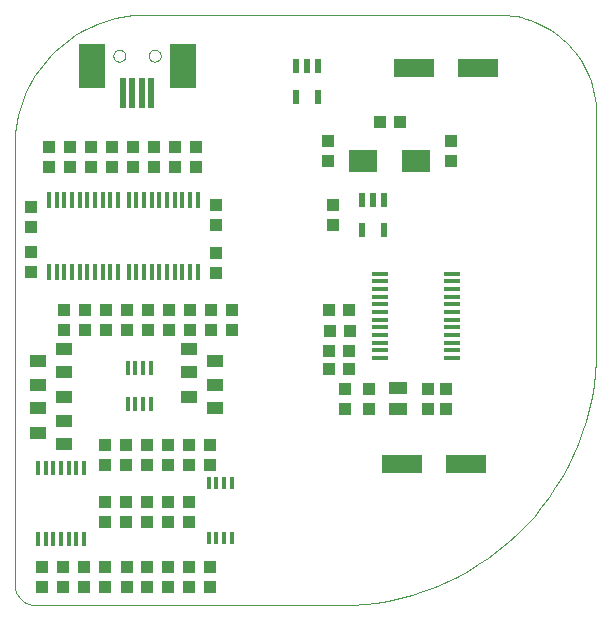
<source format=gtp>
G75*
G70*
%OFA0B0*%
%FSLAX24Y24*%
%IPPOS*%
%LPD*%
%AMOC8*
5,1,8,0,0,1.08239X$1,22.5*
%
%ADD10C,0.0000*%
%ADD11R,0.0433X0.0394*%
%ADD12R,0.1378X0.0630*%
%ADD13R,0.0236X0.0472*%
%ADD14R,0.0394X0.0433*%
%ADD15R,0.0531X0.0157*%
%ADD16R,0.0591X0.0433*%
%ADD17R,0.0945X0.0748*%
%ADD18R,0.0551X0.0394*%
%ADD19R,0.0150X0.0500*%
%ADD20R,0.0157X0.0433*%
%ADD21R,0.0906X0.1496*%
%ADD22R,0.0217X0.0984*%
%ADD23R,0.0157X0.0472*%
%ADD24R,0.0157X0.0531*%
D10*
X000544Y001058D02*
X000544Y015662D01*
X003840Y018664D02*
X003842Y018691D01*
X003848Y018718D01*
X003857Y018744D01*
X003870Y018768D01*
X003886Y018791D01*
X003905Y018810D01*
X003927Y018827D01*
X003951Y018841D01*
X003976Y018851D01*
X004003Y018858D01*
X004030Y018861D01*
X004058Y018860D01*
X004085Y018855D01*
X004111Y018847D01*
X004135Y018835D01*
X004158Y018819D01*
X004179Y018801D01*
X004196Y018780D01*
X004211Y018756D01*
X004222Y018731D01*
X004230Y018705D01*
X004234Y018678D01*
X004234Y018650D01*
X004230Y018623D01*
X004222Y018597D01*
X004211Y018572D01*
X004196Y018548D01*
X004179Y018527D01*
X004158Y018509D01*
X004136Y018493D01*
X004111Y018481D01*
X004085Y018473D01*
X004058Y018468D01*
X004030Y018467D01*
X004003Y018470D01*
X003976Y018477D01*
X003951Y018487D01*
X003927Y018501D01*
X003905Y018518D01*
X003886Y018537D01*
X003870Y018560D01*
X003857Y018584D01*
X003848Y018610D01*
X003842Y018637D01*
X003840Y018664D01*
X005021Y018664D02*
X005023Y018691D01*
X005029Y018718D01*
X005038Y018744D01*
X005051Y018768D01*
X005067Y018791D01*
X005086Y018810D01*
X005108Y018827D01*
X005132Y018841D01*
X005157Y018851D01*
X005184Y018858D01*
X005211Y018861D01*
X005239Y018860D01*
X005266Y018855D01*
X005292Y018847D01*
X005316Y018835D01*
X005339Y018819D01*
X005360Y018801D01*
X005377Y018780D01*
X005392Y018756D01*
X005403Y018731D01*
X005411Y018705D01*
X005415Y018678D01*
X005415Y018650D01*
X005411Y018623D01*
X005403Y018597D01*
X005392Y018572D01*
X005377Y018548D01*
X005360Y018527D01*
X005339Y018509D01*
X005317Y018493D01*
X005292Y018481D01*
X005266Y018473D01*
X005239Y018468D01*
X005211Y018467D01*
X005184Y018470D01*
X005157Y018477D01*
X005132Y018487D01*
X005108Y018501D01*
X005086Y018518D01*
X005067Y018537D01*
X005051Y018560D01*
X005038Y018584D01*
X005029Y018610D01*
X005023Y018637D01*
X005021Y018664D01*
X004915Y020033D02*
X016662Y020033D01*
X016818Y020029D01*
X016973Y020018D01*
X017128Y020000D01*
X017281Y019974D01*
X017433Y019941D01*
X017584Y019900D01*
X017732Y019853D01*
X017878Y019799D01*
X018021Y019737D01*
X018161Y019669D01*
X018298Y019595D01*
X018431Y019514D01*
X018560Y019426D01*
X018685Y019333D01*
X018805Y019234D01*
X018920Y019129D01*
X019030Y019019D01*
X019135Y018904D01*
X019234Y018784D01*
X019327Y018659D01*
X019415Y018530D01*
X019496Y018397D01*
X019570Y018260D01*
X019638Y018120D01*
X019700Y017977D01*
X019754Y017831D01*
X019801Y017683D01*
X019842Y017532D01*
X019875Y017380D01*
X019901Y017227D01*
X019919Y017072D01*
X019930Y016917D01*
X019934Y016761D01*
X019934Y008909D01*
X019924Y008502D01*
X019895Y008095D01*
X019847Y007691D01*
X019779Y007289D01*
X019693Y006891D01*
X019587Y006497D01*
X019463Y006109D01*
X019321Y005727D01*
X019160Y005353D01*
X018982Y004986D01*
X018787Y004629D01*
X018575Y004281D01*
X018347Y003943D01*
X018102Y003617D01*
X017843Y003303D01*
X017569Y003001D01*
X017281Y002713D01*
X016979Y002439D01*
X016665Y002180D01*
X016339Y001935D01*
X016001Y001707D01*
X015654Y001495D01*
X015296Y001300D01*
X014929Y001122D01*
X014555Y000961D01*
X014173Y000819D01*
X013785Y000695D01*
X013391Y000589D01*
X012993Y000503D01*
X012591Y000435D01*
X012187Y000387D01*
X011780Y000358D01*
X011373Y000348D01*
X001254Y000348D01*
X001203Y000350D01*
X001153Y000355D01*
X001103Y000364D01*
X001054Y000377D01*
X001006Y000393D01*
X000959Y000412D01*
X000914Y000435D01*
X000870Y000461D01*
X000829Y000490D01*
X000789Y000521D01*
X000752Y000556D01*
X000717Y000593D01*
X000686Y000633D01*
X000657Y000674D01*
X000631Y000718D01*
X000608Y000763D01*
X000589Y000810D01*
X000573Y000858D01*
X000560Y000907D01*
X000551Y000957D01*
X000546Y001007D01*
X000544Y001058D01*
X000544Y015662D02*
X000549Y015870D01*
X000564Y016077D01*
X000588Y016284D01*
X000623Y016489D01*
X000667Y016693D01*
X000721Y016893D01*
X000784Y017092D01*
X000857Y017287D01*
X000939Y017478D01*
X001030Y017665D01*
X001130Y017848D01*
X001238Y018025D01*
X001354Y018197D01*
X001479Y018364D01*
X001612Y018524D01*
X001752Y018678D01*
X001899Y018825D01*
X002053Y018965D01*
X002213Y019098D01*
X002380Y019223D01*
X002552Y019339D01*
X002729Y019447D01*
X002912Y019547D01*
X003099Y019638D01*
X003290Y019720D01*
X003485Y019793D01*
X003684Y019856D01*
X003884Y019910D01*
X004088Y019954D01*
X004293Y019989D01*
X004500Y020013D01*
X004707Y020028D01*
X004915Y020033D01*
D11*
X005194Y015636D03*
X005894Y015636D03*
X005894Y014967D03*
X005194Y014967D03*
X004494Y014967D03*
X003794Y014967D03*
X003094Y014967D03*
X003094Y015636D03*
X003794Y015636D03*
X004494Y015636D03*
X002394Y015636D03*
X001694Y015636D03*
X001694Y014967D03*
X002394Y014967D03*
X001094Y013636D03*
X001094Y012967D03*
X001094Y012136D03*
X001094Y011467D03*
X002194Y010186D03*
X002194Y009517D03*
X002894Y009517D03*
X002894Y010186D03*
X003594Y010186D03*
X003594Y009517D03*
X004294Y009517D03*
X004294Y010186D03*
X004994Y010186D03*
X004994Y009517D03*
X005694Y009517D03*
X005694Y010186D03*
X006394Y010186D03*
X006394Y009517D03*
X007094Y009517D03*
X007094Y010186D03*
X007794Y010186D03*
X007794Y009517D03*
X007244Y011417D03*
X007244Y012086D03*
X007244Y013017D03*
X007244Y013686D03*
X006594Y014967D03*
X006594Y015636D03*
X010994Y015836D03*
X010994Y015167D03*
X011144Y013686D03*
X011144Y013017D03*
X015094Y015167D03*
X015094Y015836D03*
X014914Y007572D03*
X014324Y007572D03*
X014324Y006903D03*
X014914Y006903D03*
X012355Y006903D03*
X012355Y007572D03*
X011568Y007572D03*
X011568Y006903D03*
X007044Y005686D03*
X007044Y005017D03*
X006344Y005017D03*
X006344Y005686D03*
X005644Y005686D03*
X005644Y005017D03*
X004944Y005017D03*
X004944Y005686D03*
X004244Y005686D03*
X004244Y005017D03*
X003544Y005017D03*
X003544Y005686D03*
X003544Y003786D03*
X004244Y003786D03*
X004244Y003117D03*
X003544Y003117D03*
X004944Y003117D03*
X005644Y003117D03*
X006344Y003117D03*
X006344Y003786D03*
X005644Y003786D03*
X004944Y003786D03*
X004944Y001636D03*
X004944Y000967D03*
X005644Y000967D03*
X005644Y001636D03*
X006344Y001636D03*
X006344Y000967D03*
X007044Y000967D03*
X007044Y001636D03*
X004294Y001636D03*
X004294Y000967D03*
X003544Y000967D03*
X003544Y001636D03*
X002844Y001636D03*
X002844Y000967D03*
X002144Y000967D03*
X002144Y001636D03*
X001444Y001636D03*
X001444Y000967D03*
D12*
X013458Y005072D03*
X015584Y005072D03*
X015977Y018261D03*
X013851Y018261D03*
D13*
X010668Y018313D03*
X010294Y018313D03*
X009920Y018313D03*
X009920Y017289D03*
X010668Y017289D03*
X012120Y013863D03*
X012494Y013863D03*
X012868Y013863D03*
X012868Y012839D03*
X012120Y012839D03*
D14*
X011706Y010191D03*
X011036Y010191D03*
X011060Y009489D03*
X011729Y009489D03*
X011706Y008813D03*
X011706Y008222D03*
X011036Y008222D03*
X011036Y008813D03*
X012710Y016448D03*
X013379Y016448D03*
D15*
X012729Y011401D03*
X012729Y011145D03*
X012729Y010889D03*
X012729Y010633D03*
X012729Y010378D03*
X012729Y010122D03*
X012729Y009866D03*
X012729Y009610D03*
X012729Y009354D03*
X012729Y009098D03*
X012729Y008842D03*
X012729Y008586D03*
X015131Y008586D03*
X015131Y008842D03*
X015131Y009098D03*
X015131Y009354D03*
X015131Y009610D03*
X015131Y009866D03*
X015131Y010122D03*
X015131Y010378D03*
X015131Y010633D03*
X015131Y010889D03*
X015131Y011145D03*
X015131Y011401D03*
D16*
X013340Y007592D03*
X013340Y006883D03*
D17*
X013930Y015151D03*
X012158Y015151D03*
D18*
X006361Y008875D03*
X006361Y008127D03*
X006361Y007301D03*
X007227Y006927D03*
X007227Y007675D03*
X007227Y008501D03*
X002177Y008127D03*
X002177Y008875D03*
X001311Y008501D03*
X001311Y007675D03*
X001311Y006927D03*
X001311Y006101D03*
X002177Y005727D03*
X002177Y006475D03*
X002177Y007301D03*
D19*
X002094Y004932D03*
X002350Y004932D03*
X002606Y004932D03*
X002862Y004932D03*
X001838Y004932D03*
X001582Y004932D03*
X001327Y004932D03*
X001327Y002570D03*
X001582Y002570D03*
X001838Y002570D03*
X002094Y002570D03*
X002350Y002570D03*
X002606Y002570D03*
X002862Y002570D03*
D20*
X007010Y002576D03*
X007266Y002576D03*
X007522Y002576D03*
X007778Y002576D03*
X007778Y004426D03*
X007522Y004426D03*
X007266Y004426D03*
X007010Y004426D03*
D21*
X006143Y018330D03*
X003112Y018330D03*
D22*
X004155Y017424D03*
X004470Y017424D03*
X004785Y017424D03*
X005100Y017424D03*
D23*
X005078Y008242D03*
X004822Y008242D03*
X004566Y008242D03*
X004310Y008242D03*
X004310Y007061D03*
X004566Y007061D03*
X004822Y007061D03*
X005078Y007061D03*
D24*
X005110Y011450D03*
X004854Y011450D03*
X004599Y011450D03*
X004343Y011450D03*
X003996Y011450D03*
X003740Y011450D03*
X003484Y011450D03*
X003228Y011450D03*
X002972Y011450D03*
X002716Y011450D03*
X002460Y011450D03*
X002204Y011450D03*
X001949Y011450D03*
X001693Y011450D03*
X001693Y013852D03*
X001949Y013852D03*
X002204Y013852D03*
X002460Y013852D03*
X002716Y013852D03*
X002972Y013852D03*
X003228Y013852D03*
X003484Y013852D03*
X003740Y013852D03*
X003996Y013852D03*
X004343Y013852D03*
X004599Y013852D03*
X004854Y013852D03*
X005110Y013852D03*
X005366Y013852D03*
X005622Y013852D03*
X005878Y013852D03*
X006134Y013852D03*
X006390Y013852D03*
X006646Y013852D03*
X006646Y011450D03*
X006390Y011450D03*
X006134Y011450D03*
X005878Y011450D03*
X005622Y011450D03*
X005366Y011450D03*
M02*

</source>
